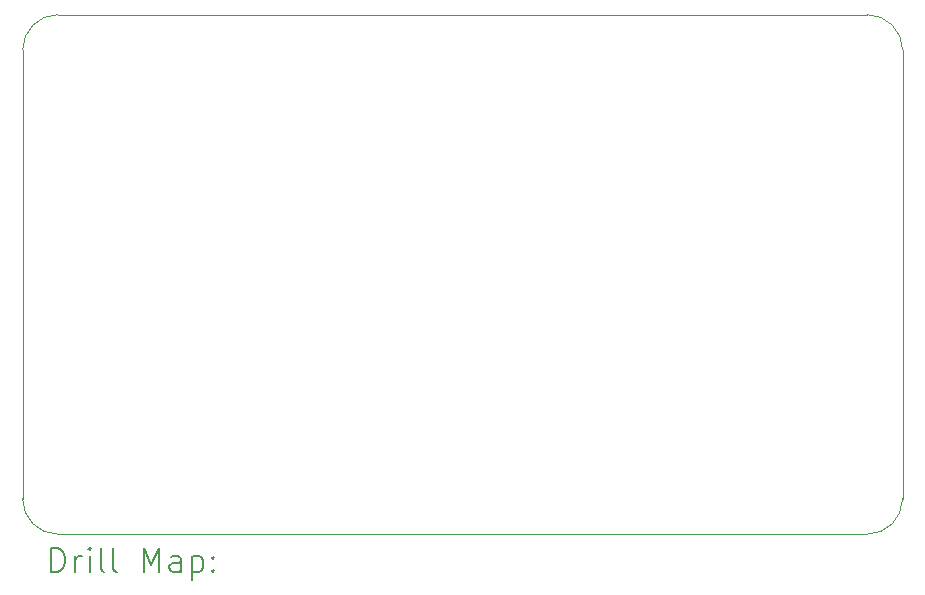
<source format=gbr>
%TF.GenerationSoftware,KiCad,Pcbnew,7.0.1*%
%TF.CreationDate,2023-08-03T02:37:53+01:00*%
%TF.ProjectId,QA403 Impedance Fixture,51413430-3320-4496-9d70-6564616e6365,rev?*%
%TF.SameCoordinates,Original*%
%TF.FileFunction,Drillmap*%
%TF.FilePolarity,Positive*%
%FSLAX45Y45*%
G04 Gerber Fmt 4.5, Leading zero omitted, Abs format (unit mm)*
G04 Created by KiCad (PCBNEW 7.0.1) date 2023-08-03 02:37:53*
%MOMM*%
%LPD*%
G01*
G04 APERTURE LIST*
%ADD10C,0.100000*%
%ADD11C,0.200000*%
G04 APERTURE END LIST*
D10*
X7850000Y-2500000D02*
G75*
G03*
X7550000Y-2800000I0J-300000D01*
G01*
X15000000Y-2800000D02*
G75*
G03*
X14700000Y-2500000I-300000J0D01*
G01*
X7550000Y-6600000D02*
X7550000Y-2800000D01*
X7850000Y-2500000D02*
X14700000Y-2500000D01*
X15000000Y-2800000D02*
X15000000Y-6600000D01*
X14700000Y-6900000D02*
X7850000Y-6900000D01*
X7550000Y-6600000D02*
G75*
G03*
X7850000Y-6900000I300000J0D01*
G01*
X14700000Y-6900000D02*
G75*
G03*
X15000000Y-6600000I0J300000D01*
G01*
D11*
X7792619Y-7217524D02*
X7792619Y-7017524D01*
X7792619Y-7017524D02*
X7840238Y-7017524D01*
X7840238Y-7017524D02*
X7868809Y-7027048D01*
X7868809Y-7027048D02*
X7887857Y-7046095D01*
X7887857Y-7046095D02*
X7897381Y-7065143D01*
X7897381Y-7065143D02*
X7906905Y-7103238D01*
X7906905Y-7103238D02*
X7906905Y-7131809D01*
X7906905Y-7131809D02*
X7897381Y-7169905D01*
X7897381Y-7169905D02*
X7887857Y-7188952D01*
X7887857Y-7188952D02*
X7868809Y-7208000D01*
X7868809Y-7208000D02*
X7840238Y-7217524D01*
X7840238Y-7217524D02*
X7792619Y-7217524D01*
X7992619Y-7217524D02*
X7992619Y-7084190D01*
X7992619Y-7122286D02*
X8002143Y-7103238D01*
X8002143Y-7103238D02*
X8011667Y-7093714D01*
X8011667Y-7093714D02*
X8030714Y-7084190D01*
X8030714Y-7084190D02*
X8049762Y-7084190D01*
X8116428Y-7217524D02*
X8116428Y-7084190D01*
X8116428Y-7017524D02*
X8106905Y-7027048D01*
X8106905Y-7027048D02*
X8116428Y-7036571D01*
X8116428Y-7036571D02*
X8125952Y-7027048D01*
X8125952Y-7027048D02*
X8116428Y-7017524D01*
X8116428Y-7017524D02*
X8116428Y-7036571D01*
X8240238Y-7217524D02*
X8221190Y-7208000D01*
X8221190Y-7208000D02*
X8211667Y-7188952D01*
X8211667Y-7188952D02*
X8211667Y-7017524D01*
X8345000Y-7217524D02*
X8325952Y-7208000D01*
X8325952Y-7208000D02*
X8316428Y-7188952D01*
X8316428Y-7188952D02*
X8316428Y-7017524D01*
X8573571Y-7217524D02*
X8573571Y-7017524D01*
X8573571Y-7017524D02*
X8640238Y-7160381D01*
X8640238Y-7160381D02*
X8706905Y-7017524D01*
X8706905Y-7017524D02*
X8706905Y-7217524D01*
X8887857Y-7217524D02*
X8887857Y-7112762D01*
X8887857Y-7112762D02*
X8878333Y-7093714D01*
X8878333Y-7093714D02*
X8859286Y-7084190D01*
X8859286Y-7084190D02*
X8821190Y-7084190D01*
X8821190Y-7084190D02*
X8802143Y-7093714D01*
X8887857Y-7208000D02*
X8868810Y-7217524D01*
X8868810Y-7217524D02*
X8821190Y-7217524D01*
X8821190Y-7217524D02*
X8802143Y-7208000D01*
X8802143Y-7208000D02*
X8792619Y-7188952D01*
X8792619Y-7188952D02*
X8792619Y-7169905D01*
X8792619Y-7169905D02*
X8802143Y-7150857D01*
X8802143Y-7150857D02*
X8821190Y-7141333D01*
X8821190Y-7141333D02*
X8868810Y-7141333D01*
X8868810Y-7141333D02*
X8887857Y-7131809D01*
X8983095Y-7084190D02*
X8983095Y-7284190D01*
X8983095Y-7093714D02*
X9002143Y-7084190D01*
X9002143Y-7084190D02*
X9040238Y-7084190D01*
X9040238Y-7084190D02*
X9059286Y-7093714D01*
X9059286Y-7093714D02*
X9068810Y-7103238D01*
X9068810Y-7103238D02*
X9078333Y-7122286D01*
X9078333Y-7122286D02*
X9078333Y-7179428D01*
X9078333Y-7179428D02*
X9068810Y-7198476D01*
X9068810Y-7198476D02*
X9059286Y-7208000D01*
X9059286Y-7208000D02*
X9040238Y-7217524D01*
X9040238Y-7217524D02*
X9002143Y-7217524D01*
X9002143Y-7217524D02*
X8983095Y-7208000D01*
X9164048Y-7198476D02*
X9173571Y-7208000D01*
X9173571Y-7208000D02*
X9164048Y-7217524D01*
X9164048Y-7217524D02*
X9154524Y-7208000D01*
X9154524Y-7208000D02*
X9164048Y-7198476D01*
X9164048Y-7198476D02*
X9164048Y-7217524D01*
X9164048Y-7093714D02*
X9173571Y-7103238D01*
X9173571Y-7103238D02*
X9164048Y-7112762D01*
X9164048Y-7112762D02*
X9154524Y-7103238D01*
X9154524Y-7103238D02*
X9164048Y-7093714D01*
X9164048Y-7093714D02*
X9164048Y-7112762D01*
M02*

</source>
